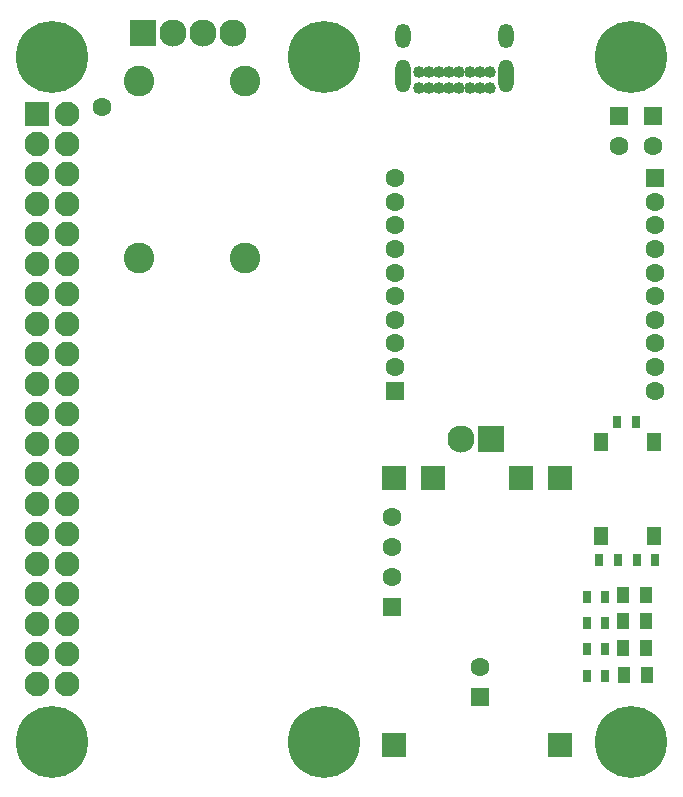
<source format=gbs>
G04*
G04 #@! TF.GenerationSoftware,Altium Limited,Altium Designer,20.0.13 (296)*
G04*
G04 Layer_Color=16711935*
%FSLAX44Y44*%
%MOMM*%
G71*
G01*
G75*
%ADD20R,0.7000X1.0000*%
%ADD27R,1.6000X1.6000*%
%ADD28C,1.6000*%
%ADD29O,1.3000X2.1000*%
%ADD30O,1.3000X2.8000*%
%ADD31C,1.0100*%
%ADD32R,2.1000X2.1000*%
%ADD33C,2.6000*%
%ADD34R,2.1000X2.1000*%
%ADD35C,2.1000*%
%ADD36C,2.3000*%
%ADD37R,2.3000X2.3000*%
%ADD38C,6.1000*%
%ADD74R,1.0000X1.4000*%
%ADD75R,1.3000X1.5000*%
D20*
X2055800Y480250D02*
D03*
X2040200D02*
D03*
X2055600Y458500D02*
D03*
X2040000D02*
D03*
X2055600Y436125D02*
D03*
X2040000D02*
D03*
X2066050Y511500D02*
D03*
X2050450D02*
D03*
X2055600Y413750D02*
D03*
X2040000D02*
D03*
X2082450Y511750D02*
D03*
X2098050D02*
D03*
X2065950Y628250D02*
D03*
X2081550D02*
D03*
D27*
X2067500Y887650D02*
D03*
X2096500D02*
D03*
X1875250Y472200D02*
D03*
X1950000Y395500D02*
D03*
X1877750Y655000D02*
D03*
X2097750Y835000D02*
D03*
D28*
X2067500Y862250D02*
D03*
X2096500D02*
D03*
X1875250Y548400D02*
D03*
Y523000D02*
D03*
Y497600D02*
D03*
X1950000Y420900D02*
D03*
X1877750Y675000D02*
D03*
Y695000D02*
D03*
Y715000D02*
D03*
Y735000D02*
D03*
Y755000D02*
D03*
Y775000D02*
D03*
Y795000D02*
D03*
Y815000D02*
D03*
Y835000D02*
D03*
X2097750Y815000D02*
D03*
Y795000D02*
D03*
Y775000D02*
D03*
Y755000D02*
D03*
Y735000D02*
D03*
Y715000D02*
D03*
Y695000D02*
D03*
Y675000D02*
D03*
Y655000D02*
D03*
X1629750Y894750D02*
D03*
D29*
X1971251Y954850D02*
D03*
X1884749D02*
D03*
D30*
Y921050D02*
D03*
X1971251D02*
D03*
D31*
X1957751Y924749D02*
D03*
X1949250D02*
D03*
X1940751D02*
D03*
X1932249D02*
D03*
X1923751D02*
D03*
X1915249D02*
D03*
X1906750D02*
D03*
X1898249D02*
D03*
Y911251D02*
D03*
X1906750D02*
D03*
X1915249D02*
D03*
X1923751D02*
D03*
X1932249D02*
D03*
X1940751D02*
D03*
X1949250D02*
D03*
X1957751D02*
D03*
D32*
X1910000Y581250D02*
D03*
X1984000D02*
D03*
X2017000D02*
D03*
X1877000D02*
D03*
X2017000Y355250D02*
D03*
X1877000D02*
D03*
D33*
X1750500Y917500D02*
D03*
Y767500D02*
D03*
X1660500Y917500D02*
D03*
Y767500D02*
D03*
D34*
X1574800Y889000D02*
D03*
D35*
X1600200Y660400D02*
D03*
X1574800D02*
D03*
X1600200Y685800D02*
D03*
X1574800D02*
D03*
X1600200Y711200D02*
D03*
X1574800D02*
D03*
X1600200Y736600D02*
D03*
X1574800D02*
D03*
X1600200Y762000D02*
D03*
X1574800D02*
D03*
X1600200Y787400D02*
D03*
X1574800D02*
D03*
X1600200Y812800D02*
D03*
X1574800D02*
D03*
X1600200Y838200D02*
D03*
X1574800D02*
D03*
X1600200Y863600D02*
D03*
X1574800D02*
D03*
X1600200Y889000D02*
D03*
Y406400D02*
D03*
X1574800D02*
D03*
X1600200Y431800D02*
D03*
X1574800D02*
D03*
X1600200Y457200D02*
D03*
Y482600D02*
D03*
X1574800D02*
D03*
X1600200Y508000D02*
D03*
X1574800D02*
D03*
X1600200Y533400D02*
D03*
X1574800D02*
D03*
X1600200Y558800D02*
D03*
X1574800D02*
D03*
X1600200Y584200D02*
D03*
X1574800D02*
D03*
X1600200Y609600D02*
D03*
X1574800D02*
D03*
X1600200Y635000D02*
D03*
X1574800D02*
D03*
Y457200D02*
D03*
D36*
X1740300Y958000D02*
D03*
X1714900D02*
D03*
X1689500D02*
D03*
X1933350Y614250D02*
D03*
D37*
X1664100Y958000D02*
D03*
X1958750Y614250D02*
D03*
D38*
X2077500Y937500D02*
D03*
X2077500Y357500D02*
D03*
X1587500D02*
D03*
X1817500D02*
D03*
Y937500D02*
D03*
X1587500D02*
D03*
D74*
X2070750Y482250D02*
D03*
X2090250D02*
D03*
X2070750Y459583D02*
D03*
X2090250D02*
D03*
X2070750Y436917D02*
D03*
X2090250D02*
D03*
X2071750Y414250D02*
D03*
X2091250D02*
D03*
D75*
X2051750Y532250D02*
D03*
Y611250D02*
D03*
X2096750D02*
D03*
Y532250D02*
D03*
M02*

</source>
